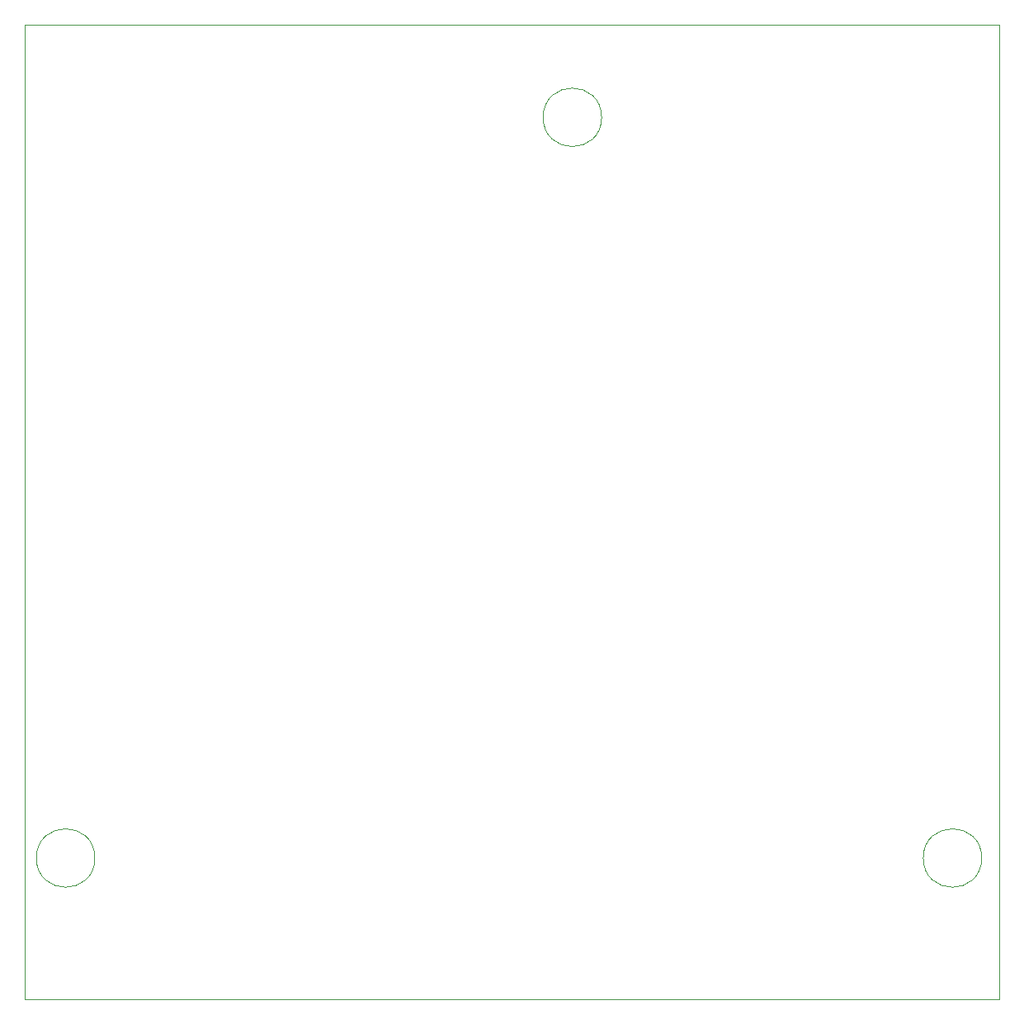
<source format=gbr>
%TF.GenerationSoftware,KiCad,Pcbnew,7.0.9-7.0.9~ubuntu22.04.1*%
%TF.CreationDate,2023-12-17T20:29:56+01:00*%
%TF.ProjectId,DC Load,4443204c-6f61-4642-9e6b-696361645f70,rev?*%
%TF.SameCoordinates,Original*%
%TF.FileFunction,Profile,NP*%
%FSLAX46Y46*%
G04 Gerber Fmt 4.6, Leading zero omitted, Abs format (unit mm)*
G04 Created by KiCad (PCBNEW 7.0.9-7.0.9~ubuntu22.04.1) date 2023-12-17 20:29:56*
%MOMM*%
%LPD*%
G01*
G04 APERTURE LIST*
%TA.AperFunction,Profile*%
%ADD10C,0.100000*%
%TD*%
G04 APERTURE END LIST*
D10*
X182000000Y-116000000D02*
G75*
G03*
X182000000Y-116000000I-3000000J0D01*
G01*
X83820000Y-30480000D02*
X183820000Y-30480000D01*
X183820000Y-130480000D01*
X83820000Y-130480000D01*
X83820000Y-30480000D01*
X91000000Y-116000000D02*
G75*
G03*
X91000000Y-116000000I-3000000J0D01*
G01*
X143000000Y-40000000D02*
G75*
G03*
X143000000Y-40000000I-3000000J0D01*
G01*
M02*

</source>
